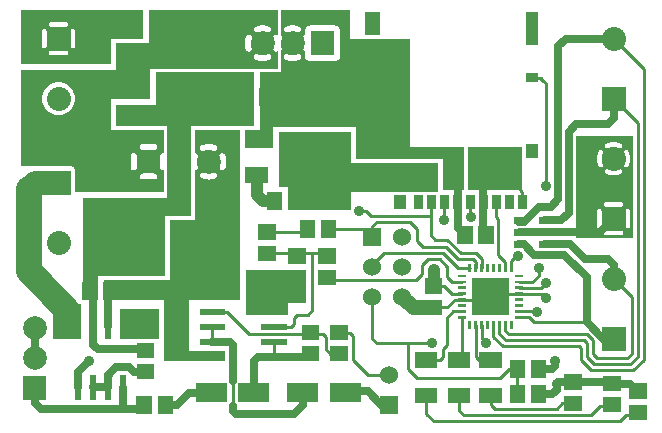
<source format=gbr>
G04 start of page 2 for group 0 idx 0 *
G04 Title: (unknown), component *
G04 Creator: pcb 20110918 *
G04 CreationDate: Tue 27 May 2014 03:52:58 AM GMT UTC *
G04 For: ndholmes *
G04 Format: Gerber/RS-274X *
G04 PCB-Dimensions: 225000 140000 *
G04 PCB-Coordinate-Origin: lower left *
%MOIN*%
%FSLAX25Y25*%
%LNTOP*%
%ADD33C,0.0380*%
%ADD32C,0.0480*%
%ADD31C,0.0450*%
%ADD30C,0.0200*%
%ADD29C,0.0360*%
%ADD28R,0.0091X0.0091*%
%ADD27R,0.0276X0.0276*%
%ADD26R,0.0394X0.0394*%
%ADD25R,0.0315X0.0315*%
%ADD24R,0.0240X0.0240*%
%ADD23R,0.0360X0.0360*%
%ADD22R,0.0630X0.0630*%
%ADD21R,0.0200X0.0200*%
%ADD20R,0.0512X0.0512*%
%ADD19C,0.0600*%
%ADD18C,0.0787*%
%ADD17C,0.0850*%
%ADD16C,0.0800*%
%ADD15C,0.0500*%
%ADD14C,0.0250*%
%ADD13C,0.0100*%
%ADD12C,0.0400*%
%ADD11C,0.0001*%
G54D11*G36*
X88502Y128000D02*X92437D01*
X92419Y127626D01*
X92366Y127256D01*
X92278Y126892D01*
X92156Y126539D01*
X92106Y126389D01*
X92083Y126234D01*
X92085Y126076D01*
X92112Y125921D01*
X92162Y125772D01*
X92236Y125633D01*
X92330Y125507D01*
X92442Y125397D01*
X92571Y125306D01*
X92712Y125236D01*
X92862Y125189D01*
X93018Y125167D01*
X93175Y125168D01*
X93331Y125195D01*
X93480Y125246D01*
X93495Y125254D01*
X93500Y125251D01*
Y119500D01*
X88502D01*
Y122056D01*
X89064Y122083D01*
X89623Y122163D01*
X90172Y122296D01*
X90706Y122481D01*
X90848Y122550D01*
X90977Y122642D01*
X91091Y122752D01*
X91185Y122879D01*
X91259Y123019D01*
X91309Y123168D01*
X91336Y123324D01*
X91338Y123482D01*
X91315Y123639D01*
X91268Y123790D01*
X91198Y123931D01*
X91107Y124061D01*
X90996Y124174D01*
X90870Y124268D01*
X90730Y124342D01*
X90580Y124392D01*
X90424Y124419D01*
X90266Y124421D01*
X90110Y124398D01*
X89960Y124348D01*
X89608Y124222D01*
X89244Y124134D01*
X88874Y124081D01*
X88502Y124063D01*
Y128000D01*
G37*
G36*
X39500D02*X82556D01*
X82583Y127436D01*
X82663Y126877D01*
X82796Y126328D01*
X82981Y125794D01*
X83050Y125652D01*
X83142Y125523D01*
X83252Y125409D01*
X83379Y125315D01*
X83519Y125241D01*
X83668Y125191D01*
X83824Y125164D01*
X83982Y125162D01*
X84139Y125185D01*
X84290Y125232D01*
X84431Y125302D01*
X84561Y125393D01*
X84674Y125504D01*
X84768Y125630D01*
X84842Y125770D01*
X84892Y125920D01*
X84919Y126076D01*
X84921Y126234D01*
X84898Y126390D01*
X84848Y126540D01*
X84722Y126892D01*
X84634Y127256D01*
X84581Y127626D01*
X84563Y128000D01*
X88502D01*
Y124063D01*
X88500Y124063D01*
X88126Y124081D01*
X87756Y124134D01*
X87392Y124222D01*
X87039Y124344D01*
X86889Y124394D01*
X86734Y124417D01*
X86576Y124415D01*
X86421Y124388D01*
X86272Y124338D01*
X86133Y124264D01*
X86007Y124170D01*
X85897Y124058D01*
X85806Y123929D01*
X85736Y123788D01*
X85689Y123638D01*
X85667Y123482D01*
X85668Y123325D01*
X85695Y123169D01*
X85746Y123020D01*
X85819Y122881D01*
X85913Y122755D01*
X86025Y122645D01*
X86154Y122554D01*
X86296Y122487D01*
X86828Y122296D01*
X87377Y122163D01*
X87936Y122083D01*
X88500Y122056D01*
X88502Y122056D01*
Y119500D01*
X39500D01*
Y128000D01*
G37*
G36*
X51000D01*
Y109500D01*
X39500D01*
Y128000D01*
G37*
G36*
X88502Y139000D02*X93500D01*
Y130749D01*
X93481Y130759D01*
X93332Y130809D01*
X93176Y130836D01*
X93018Y130838D01*
X92861Y130815D01*
X92710Y130768D01*
X92569Y130698D01*
X92439Y130607D01*
X92326Y130496D01*
X92232Y130370D01*
X92158Y130230D01*
X92108Y130080D01*
X92081Y129924D01*
X92079Y129766D01*
X92102Y129610D01*
X92152Y129460D01*
X92278Y129108D01*
X92366Y128744D01*
X92419Y128374D01*
X92437Y128000D01*
X92419Y127626D01*
X92366Y127256D01*
X92278Y126892D01*
X92156Y126539D01*
X92106Y126389D01*
X92083Y126234D01*
X92085Y126076D01*
X92112Y125921D01*
X92162Y125772D01*
X92236Y125633D01*
X92330Y125507D01*
X92442Y125397D01*
X92571Y125306D01*
X92712Y125236D01*
X92862Y125189D01*
X93018Y125167D01*
X93175Y125168D01*
X93331Y125195D01*
X93480Y125246D01*
X93495Y125254D01*
X93500Y125251D01*
Y122000D01*
X88502D01*
Y122056D01*
X89064Y122083D01*
X89623Y122163D01*
X90172Y122296D01*
X90706Y122481D01*
X90848Y122550D01*
X90977Y122642D01*
X91091Y122752D01*
X91185Y122879D01*
X91259Y123019D01*
X91309Y123168D01*
X91336Y123324D01*
X91338Y123482D01*
X91315Y123639D01*
X91268Y123790D01*
X91198Y123931D01*
X91107Y124061D01*
X90996Y124174D01*
X90870Y124268D01*
X90730Y124342D01*
X90580Y124392D01*
X90424Y124419D01*
X90266Y124421D01*
X90110Y124398D01*
X89960Y124348D01*
X89608Y124222D01*
X89244Y124134D01*
X88874Y124081D01*
X88502Y124063D01*
Y131937D01*
X88874Y131919D01*
X89244Y131866D01*
X89608Y131778D01*
X89961Y131656D01*
X90111Y131606D01*
X90266Y131583D01*
X90424Y131585D01*
X90579Y131612D01*
X90728Y131662D01*
X90867Y131736D01*
X90993Y131830D01*
X91103Y131942D01*
X91194Y132071D01*
X91264Y132212D01*
X91311Y132362D01*
X91333Y132518D01*
X91332Y132675D01*
X91305Y132831D01*
X91254Y132980D01*
X91181Y133119D01*
X91087Y133245D01*
X90975Y133355D01*
X90846Y133446D01*
X90704Y133513D01*
X90172Y133704D01*
X89623Y133837D01*
X89064Y133917D01*
X88502Y133944D01*
Y139000D01*
G37*
G36*
X83739D02*X88502D01*
Y133944D01*
X88500Y133944D01*
X87936Y133917D01*
X87377Y133837D01*
X86828Y133704D01*
X86294Y133519D01*
X86152Y133450D01*
X86023Y133358D01*
X85909Y133248D01*
X85815Y133121D01*
X85741Y132981D01*
X85691Y132832D01*
X85664Y132676D01*
X85662Y132518D01*
X85685Y132361D01*
X85732Y132210D01*
X85802Y132069D01*
X85893Y131939D01*
X86004Y131826D01*
X86130Y131732D01*
X86270Y131658D01*
X86420Y131608D01*
X86576Y131581D01*
X86734Y131579D01*
X86890Y131602D01*
X87040Y131652D01*
X87392Y131778D01*
X87756Y131866D01*
X88126Y131919D01*
X88500Y131937D01*
X88502Y131937D01*
Y124063D01*
X88500Y124063D01*
X88126Y124081D01*
X87756Y124134D01*
X87392Y124222D01*
X87039Y124344D01*
X86889Y124394D01*
X86734Y124417D01*
X86576Y124415D01*
X86421Y124388D01*
X86272Y124338D01*
X86133Y124264D01*
X86007Y124170D01*
X85897Y124058D01*
X85806Y123929D01*
X85736Y123788D01*
X85689Y123638D01*
X85667Y123482D01*
X85668Y123325D01*
X85695Y123169D01*
X85746Y123020D01*
X85819Y122881D01*
X85913Y122755D01*
X86025Y122645D01*
X86154Y122554D01*
X86296Y122487D01*
X86828Y122296D01*
X87377Y122163D01*
X87936Y122083D01*
X88500Y122056D01*
X88502Y122056D01*
Y122000D01*
X83739D01*
Y125179D01*
X83824Y125164D01*
X83982Y125162D01*
X84139Y125185D01*
X84290Y125232D01*
X84431Y125302D01*
X84561Y125393D01*
X84674Y125504D01*
X84768Y125630D01*
X84842Y125770D01*
X84892Y125920D01*
X84919Y126076D01*
X84921Y126234D01*
X84898Y126390D01*
X84848Y126540D01*
X84722Y126892D01*
X84634Y127256D01*
X84581Y127626D01*
X84563Y128000D01*
X84581Y128374D01*
X84634Y128744D01*
X84722Y129108D01*
X84844Y129461D01*
X84894Y129611D01*
X84917Y129766D01*
X84915Y129924D01*
X84888Y130079D01*
X84838Y130228D01*
X84764Y130367D01*
X84670Y130493D01*
X84558Y130603D01*
X84429Y130694D01*
X84288Y130764D01*
X84138Y130811D01*
X83982Y130833D01*
X83825Y130832D01*
X83739Y130817D01*
Y139000D01*
G37*
G36*
X50500D02*X83739D01*
Y130817D01*
X83669Y130805D01*
X83520Y130754D01*
X83381Y130681D01*
X83255Y130587D01*
X83145Y130475D01*
X83054Y130346D01*
X82987Y130204D01*
X82796Y129672D01*
X82663Y129123D01*
X82583Y128564D01*
X82556Y128000D01*
X82583Y127436D01*
X82663Y126877D01*
X82796Y126328D01*
X82981Y125794D01*
X83050Y125652D01*
X83142Y125523D01*
X83252Y125409D01*
X83379Y125315D01*
X83519Y125241D01*
X83668Y125191D01*
X83739Y125179D01*
Y122000D01*
X50500D01*
Y139000D01*
G37*
G36*
X53000Y118500D02*X75500D01*
Y100500D01*
X53000D01*
Y118500D01*
G37*
G36*
X39500Y107500D02*X58000D01*
Y100500D01*
X39500D01*
Y107500D01*
G37*
G36*
X74500Y118500D02*X85500D01*
Y100500D01*
X74500D01*
Y118500D01*
G37*
G36*
X98502Y139000D02*X103000D01*
Y133186D01*
X102940Y133116D01*
X102775Y132848D01*
X102655Y132557D01*
X102582Y132251D01*
X102563Y131937D01*
X102566Y130696D01*
X102439Y130607D01*
X102326Y130496D01*
X102232Y130370D01*
X102158Y130230D01*
X102108Y130080D01*
X102081Y129924D01*
X102079Y129766D01*
X102102Y129610D01*
X102152Y129460D01*
X102278Y129108D01*
X102366Y128744D01*
X102419Y128374D01*
X102437Y128000D01*
X102419Y127626D01*
X102366Y127256D01*
X102278Y126892D01*
X102156Y126539D01*
X102106Y126389D01*
X102083Y126234D01*
X102085Y126076D01*
X102112Y125921D01*
X102162Y125772D01*
X102236Y125633D01*
X102330Y125507D01*
X102442Y125397D01*
X102571Y125306D01*
X102578Y125302D01*
X102582Y123749D01*
X102655Y123443D01*
X102775Y123152D01*
X102940Y122884D01*
X103000Y122814D01*
Y107000D01*
X98502D01*
Y122056D01*
X99064Y122083D01*
X99623Y122163D01*
X100172Y122296D01*
X100706Y122481D01*
X100848Y122550D01*
X100977Y122642D01*
X101091Y122752D01*
X101185Y122879D01*
X101259Y123019D01*
X101309Y123168D01*
X101336Y123324D01*
X101338Y123482D01*
X101315Y123639D01*
X101268Y123790D01*
X101198Y123931D01*
X101107Y124061D01*
X100996Y124174D01*
X100870Y124268D01*
X100730Y124342D01*
X100580Y124392D01*
X100424Y124419D01*
X100266Y124421D01*
X100110Y124398D01*
X99960Y124348D01*
X99608Y124222D01*
X99244Y124134D01*
X98874Y124081D01*
X98502Y124063D01*
Y131937D01*
X98874Y131919D01*
X99244Y131866D01*
X99608Y131778D01*
X99961Y131656D01*
X100111Y131606D01*
X100266Y131583D01*
X100424Y131585D01*
X100579Y131612D01*
X100728Y131662D01*
X100867Y131736D01*
X100993Y131830D01*
X101103Y131942D01*
X101194Y132071D01*
X101264Y132212D01*
X101311Y132362D01*
X101333Y132518D01*
X101332Y132675D01*
X101305Y132831D01*
X101254Y132980D01*
X101181Y133119D01*
X101087Y133245D01*
X100975Y133355D01*
X100846Y133446D01*
X100704Y133513D01*
X100172Y133704D01*
X99623Y133837D01*
X99064Y133917D01*
X98502Y133944D01*
Y139000D01*
G37*
G36*
X94500D02*X98502D01*
Y133944D01*
X98500Y133944D01*
X97936Y133917D01*
X97377Y133837D01*
X96828Y133704D01*
X96294Y133519D01*
X96152Y133450D01*
X96023Y133358D01*
X95909Y133248D01*
X95815Y133121D01*
X95741Y132981D01*
X95691Y132832D01*
X95664Y132676D01*
X95662Y132518D01*
X95685Y132361D01*
X95732Y132210D01*
X95802Y132069D01*
X95893Y131939D01*
X96004Y131826D01*
X96130Y131732D01*
X96270Y131658D01*
X96420Y131608D01*
X96576Y131581D01*
X96734Y131579D01*
X96890Y131602D01*
X97040Y131652D01*
X97392Y131778D01*
X97756Y131866D01*
X98126Y131919D01*
X98500Y131937D01*
X98502Y131937D01*
Y124063D01*
X98500Y124063D01*
X98126Y124081D01*
X97756Y124134D01*
X97392Y124222D01*
X97039Y124344D01*
X96889Y124394D01*
X96734Y124417D01*
X96576Y124415D01*
X96421Y124388D01*
X96272Y124338D01*
X96133Y124264D01*
X96007Y124170D01*
X95897Y124058D01*
X95806Y123929D01*
X95736Y123788D01*
X95689Y123638D01*
X95667Y123482D01*
X95668Y123325D01*
X95695Y123169D01*
X95746Y123020D01*
X95819Y122881D01*
X95913Y122755D01*
X96025Y122645D01*
X96154Y122554D01*
X96296Y122487D01*
X96828Y122296D01*
X97377Y122163D01*
X97936Y122083D01*
X98500Y122056D01*
X98502Y122056D01*
Y107000D01*
X94500D01*
Y125350D01*
X94561Y125393D01*
X94674Y125504D01*
X94768Y125630D01*
X94842Y125770D01*
X94892Y125920D01*
X94919Y126076D01*
X94921Y126234D01*
X94898Y126390D01*
X94848Y126540D01*
X94722Y126892D01*
X94634Y127256D01*
X94581Y127626D01*
X94563Y128000D01*
X94581Y128374D01*
X94634Y128744D01*
X94722Y129108D01*
X94844Y129461D01*
X94894Y129611D01*
X94917Y129766D01*
X94915Y129924D01*
X94888Y130079D01*
X94838Y130228D01*
X94764Y130367D01*
X94670Y130493D01*
X94558Y130603D01*
X94500Y130644D01*
Y139000D01*
G37*
G36*
X108258D02*X117500D01*
Y117500D01*
X108258D01*
Y122071D01*
X112751Y122082D01*
X113057Y122155D01*
X113348Y122275D01*
X113616Y122440D01*
X113856Y122644D01*
X114060Y122884D01*
X114225Y123152D01*
X114345Y123443D01*
X114418Y123749D01*
X114437Y124063D01*
X114418Y132251D01*
X114345Y132557D01*
X114225Y132848D01*
X114060Y133116D01*
X113856Y133356D01*
X113616Y133560D01*
X113348Y133725D01*
X113057Y133845D01*
X112751Y133918D01*
X112437Y133937D01*
X108258Y133928D01*
Y139000D01*
G37*
G36*
X98502D02*X108258D01*
Y133928D01*
X104249Y133918D01*
X103943Y133845D01*
X103652Y133725D01*
X103384Y133560D01*
X103144Y133356D01*
X102940Y133116D01*
X102775Y132848D01*
X102655Y132557D01*
X102582Y132251D01*
X102563Y131937D01*
X102566Y130696D01*
X102439Y130607D01*
X102326Y130496D01*
X102232Y130370D01*
X102158Y130230D01*
X102108Y130080D01*
X102081Y129924D01*
X102079Y129766D01*
X102102Y129610D01*
X102152Y129460D01*
X102278Y129108D01*
X102366Y128744D01*
X102419Y128374D01*
X102437Y128000D01*
X102419Y127626D01*
X102366Y127256D01*
X102278Y126892D01*
X102156Y126539D01*
X102106Y126389D01*
X102083Y126234D01*
X102085Y126076D01*
X102112Y125921D01*
X102162Y125772D01*
X102236Y125633D01*
X102330Y125507D01*
X102442Y125397D01*
X102571Y125306D01*
X102578Y125302D01*
X102582Y123749D01*
X102655Y123443D01*
X102775Y123152D01*
X102940Y122884D01*
X103144Y122644D01*
X103384Y122440D01*
X103652Y122275D01*
X103943Y122155D01*
X104249Y122082D01*
X104563Y122063D01*
X108258Y122071D01*
Y117500D01*
X98502D01*
Y122056D01*
X99064Y122083D01*
X99623Y122163D01*
X100172Y122296D01*
X100706Y122481D01*
X100848Y122550D01*
X100977Y122642D01*
X101091Y122752D01*
X101185Y122879D01*
X101259Y123019D01*
X101309Y123168D01*
X101336Y123324D01*
X101338Y123482D01*
X101315Y123639D01*
X101268Y123790D01*
X101198Y123931D01*
X101107Y124061D01*
X100996Y124174D01*
X100870Y124268D01*
X100730Y124342D01*
X100580Y124392D01*
X100424Y124419D01*
X100266Y124421D01*
X100110Y124398D01*
X99960Y124348D01*
X99608Y124222D01*
X99244Y124134D01*
X98874Y124081D01*
X98502Y124063D01*
Y131937D01*
X98874Y131919D01*
X99244Y131866D01*
X99608Y131778D01*
X99961Y131656D01*
X100111Y131606D01*
X100266Y131583D01*
X100424Y131585D01*
X100579Y131612D01*
X100728Y131662D01*
X100867Y131736D01*
X100993Y131830D01*
X101103Y131942D01*
X101194Y132071D01*
X101264Y132212D01*
X101311Y132362D01*
X101333Y132518D01*
X101332Y132675D01*
X101305Y132831D01*
X101254Y132980D01*
X101181Y133119D01*
X101087Y133245D01*
X100975Y133355D01*
X100846Y133446D01*
X100704Y133513D01*
X100172Y133704D01*
X99623Y133837D01*
X99064Y133917D01*
X98502Y133944D01*
Y139000D01*
G37*
G36*
X94500D02*X98502D01*
Y133944D01*
X98500Y133944D01*
X97936Y133917D01*
X97377Y133837D01*
X96828Y133704D01*
X96294Y133519D01*
X96152Y133450D01*
X96023Y133358D01*
X95909Y133248D01*
X95815Y133121D01*
X95741Y132981D01*
X95691Y132832D01*
X95664Y132676D01*
X95662Y132518D01*
X95685Y132361D01*
X95732Y132210D01*
X95802Y132069D01*
X95893Y131939D01*
X96004Y131826D01*
X96130Y131732D01*
X96270Y131658D01*
X96420Y131608D01*
X96576Y131581D01*
X96734Y131579D01*
X96890Y131602D01*
X97040Y131652D01*
X97392Y131778D01*
X97756Y131866D01*
X98126Y131919D01*
X98500Y131937D01*
X98502Y131937D01*
Y124063D01*
X98500Y124063D01*
X98126Y124081D01*
X97756Y124134D01*
X97392Y124222D01*
X97039Y124344D01*
X96889Y124394D01*
X96734Y124417D01*
X96576Y124415D01*
X96421Y124388D01*
X96272Y124338D01*
X96133Y124264D01*
X96007Y124170D01*
X95897Y124058D01*
X95806Y123929D01*
X95736Y123788D01*
X95689Y123638D01*
X95667Y123482D01*
X95668Y123325D01*
X95695Y123169D01*
X95746Y123020D01*
X95819Y122881D01*
X95913Y122755D01*
X96025Y122645D01*
X96154Y122554D01*
X96296Y122487D01*
X96828Y122296D01*
X97377Y122163D01*
X97936Y122083D01*
X98500Y122056D01*
X98502Y122056D01*
Y117500D01*
X94500D01*
Y125350D01*
X94561Y125393D01*
X94674Y125504D01*
X94768Y125630D01*
X94842Y125770D01*
X94892Y125920D01*
X94919Y126076D01*
X94921Y126234D01*
X94898Y126390D01*
X94848Y126540D01*
X94722Y126892D01*
X94634Y127256D01*
X94581Y127626D01*
X94563Y128000D01*
X94581Y128374D01*
X94634Y128744D01*
X94722Y129108D01*
X94844Y129461D01*
X94894Y129611D01*
X94917Y129766D01*
X94915Y129924D01*
X94888Y130079D01*
X94838Y130228D01*
X94764Y130367D01*
X94670Y130493D01*
X94558Y130603D01*
X94500Y130644D01*
Y139000D01*
G37*
G36*
X20500D02*X48500D01*
Y129500D01*
X26000D01*
Y132000D01*
X25993Y132118D01*
X25965Y132232D01*
X25920Y132342D01*
X25859Y132442D01*
X25782Y132532D01*
X25692Y132609D01*
X25592Y132670D01*
X25482Y132715D01*
X25368Y132743D01*
X25250Y132752D01*
X25132Y132743D01*
X25018Y132715D01*
X24908Y132670D01*
X24808Y132609D01*
X24718Y132532D01*
X24641Y132442D01*
X24580Y132342D01*
X24535Y132232D01*
X24507Y132118D01*
X24500Y132000D01*
Y129500D01*
X20500D01*
Y133500D01*
X23000D01*
X23118Y133507D01*
X23232Y133535D01*
X23342Y133580D01*
X23442Y133641D01*
X23532Y133718D01*
X23609Y133808D01*
X23670Y133908D01*
X23715Y134018D01*
X23743Y134132D01*
X23752Y134250D01*
X23743Y134368D01*
X23715Y134482D01*
X23670Y134592D01*
X23609Y134692D01*
X23532Y134782D01*
X23442Y134859D01*
X23342Y134920D01*
X23232Y134965D01*
X23118Y134993D01*
X23000Y135000D01*
X20500D01*
Y139000D01*
G37*
G36*
X8000D02*X20500D01*
Y135000D01*
X18000D01*
X17882Y134993D01*
X17768Y134965D01*
X17658Y134920D01*
X17558Y134859D01*
X17468Y134782D01*
X17391Y134692D01*
X17330Y134592D01*
X17285Y134482D01*
X17257Y134368D01*
X17248Y134250D01*
X17257Y134132D01*
X17285Y134018D01*
X17330Y133908D01*
X17391Y133808D01*
X17468Y133718D01*
X17558Y133641D01*
X17658Y133580D01*
X17768Y133535D01*
X17882Y133507D01*
X18000Y133500D01*
X20500D01*
Y129500D01*
X16500D01*
Y132000D01*
X16493Y132118D01*
X16465Y132232D01*
X16420Y132342D01*
X16359Y132442D01*
X16282Y132532D01*
X16192Y132609D01*
X16092Y132670D01*
X15982Y132715D01*
X15868Y132743D01*
X15750Y132752D01*
X15632Y132743D01*
X15518Y132715D01*
X15408Y132670D01*
X15308Y132609D01*
X15218Y132532D01*
X15141Y132442D01*
X15080Y132342D01*
X15035Y132232D01*
X15007Y132118D01*
X15000Y132000D01*
Y129500D01*
X8000D01*
Y139000D01*
G37*
G36*
X25250D02*X38000D01*
Y121000D01*
X25250D01*
Y126248D01*
X25368Y126257D01*
X25482Y126285D01*
X25592Y126330D01*
X25692Y126391D01*
X25782Y126468D01*
X25859Y126558D01*
X25920Y126658D01*
X25965Y126768D01*
X25993Y126882D01*
X26000Y127000D01*
Y132000D01*
X25993Y132118D01*
X25965Y132232D01*
X25920Y132342D01*
X25859Y132442D01*
X25782Y132532D01*
X25692Y132609D01*
X25592Y132670D01*
X25482Y132715D01*
X25368Y132743D01*
X25250Y132752D01*
Y139000D01*
G37*
G36*
X20500D02*X25250D01*
Y132752D01*
X25132Y132743D01*
X25018Y132715D01*
X24908Y132670D01*
X24808Y132609D01*
X24718Y132532D01*
X24641Y132442D01*
X24580Y132342D01*
X24535Y132232D01*
X24507Y132118D01*
X24500Y132000D01*
Y127000D01*
X24507Y126882D01*
X24535Y126768D01*
X24580Y126658D01*
X24641Y126558D01*
X24718Y126468D01*
X24808Y126391D01*
X24908Y126330D01*
X25018Y126285D01*
X25132Y126257D01*
X25250Y126248D01*
Y121000D01*
X20500D01*
Y124000D01*
X23000D01*
X23118Y124007D01*
X23232Y124035D01*
X23342Y124080D01*
X23442Y124141D01*
X23532Y124218D01*
X23609Y124308D01*
X23670Y124408D01*
X23715Y124518D01*
X23743Y124632D01*
X23752Y124750D01*
X23743Y124868D01*
X23715Y124982D01*
X23670Y125092D01*
X23609Y125192D01*
X23532Y125282D01*
X23442Y125359D01*
X23342Y125420D01*
X23232Y125465D01*
X23118Y125493D01*
X23000Y125500D01*
X20500D01*
Y133500D01*
X23000D01*
X23118Y133507D01*
X23232Y133535D01*
X23342Y133580D01*
X23442Y133641D01*
X23532Y133718D01*
X23609Y133808D01*
X23670Y133908D01*
X23715Y134018D01*
X23743Y134132D01*
X23752Y134250D01*
X23743Y134368D01*
X23715Y134482D01*
X23670Y134592D01*
X23609Y134692D01*
X23532Y134782D01*
X23442Y134859D01*
X23342Y134920D01*
X23232Y134965D01*
X23118Y134993D01*
X23000Y135000D01*
X20500D01*
Y139000D01*
G37*
G36*
X15750D02*X20500D01*
Y135000D01*
X18000D01*
X17882Y134993D01*
X17768Y134965D01*
X17658Y134920D01*
X17558Y134859D01*
X17468Y134782D01*
X17391Y134692D01*
X17330Y134592D01*
X17285Y134482D01*
X17257Y134368D01*
X17248Y134250D01*
X17257Y134132D01*
X17285Y134018D01*
X17330Y133908D01*
X17391Y133808D01*
X17468Y133718D01*
X17558Y133641D01*
X17658Y133580D01*
X17768Y133535D01*
X17882Y133507D01*
X18000Y133500D01*
X20500D01*
Y125500D01*
X18000D01*
X17882Y125493D01*
X17768Y125465D01*
X17658Y125420D01*
X17558Y125359D01*
X17468Y125282D01*
X17391Y125192D01*
X17330Y125092D01*
X17285Y124982D01*
X17257Y124868D01*
X17248Y124750D01*
X17257Y124632D01*
X17285Y124518D01*
X17330Y124408D01*
X17391Y124308D01*
X17468Y124218D01*
X17558Y124141D01*
X17658Y124080D01*
X17768Y124035D01*
X17882Y124007D01*
X18000Y124000D01*
X20500D01*
Y121000D01*
X15750D01*
Y126248D01*
X15868Y126257D01*
X15982Y126285D01*
X16092Y126330D01*
X16192Y126391D01*
X16282Y126468D01*
X16359Y126558D01*
X16420Y126658D01*
X16465Y126768D01*
X16493Y126882D01*
X16500Y127000D01*
Y132000D01*
X16493Y132118D01*
X16465Y132232D01*
X16420Y132342D01*
X16359Y132442D01*
X16282Y132532D01*
X16192Y132609D01*
X16092Y132670D01*
X15982Y132715D01*
X15868Y132743D01*
X15750Y132752D01*
Y139000D01*
G37*
G36*
X8000D02*X15750D01*
Y132752D01*
X15632Y132743D01*
X15518Y132715D01*
X15408Y132670D01*
X15308Y132609D01*
X15218Y132532D01*
X15141Y132442D01*
X15080Y132342D01*
X15035Y132232D01*
X15007Y132118D01*
X15000Y132000D01*
Y127000D01*
X15007Y126882D01*
X15035Y126768D01*
X15080Y126658D01*
X15141Y126558D01*
X15218Y126468D01*
X15308Y126391D01*
X15408Y126330D01*
X15518Y126285D01*
X15632Y126257D01*
X15750Y126248D01*
Y121000D01*
X8000D01*
Y139000D01*
G37*
G36*
X20492Y119000D02*X38000D01*
Y91500D01*
X20492D01*
Y103984D01*
X20500Y103983D01*
X21363Y104051D01*
X22205Y104253D01*
X23005Y104584D01*
X23743Y105037D01*
X24401Y105599D01*
X24963Y106257D01*
X25416Y106995D01*
X25747Y107795D01*
X25949Y108637D01*
X26000Y109500D01*
X25949Y110363D01*
X25747Y111205D01*
X25416Y112005D01*
X24963Y112743D01*
X24401Y113401D01*
X23743Y113963D01*
X23005Y114416D01*
X22205Y114747D01*
X21363Y114949D01*
X20500Y115017D01*
X20492Y115016D01*
Y119000D01*
G37*
G36*
X8000D02*X20492D01*
Y115016D01*
X19637Y114949D01*
X18795Y114747D01*
X17995Y114416D01*
X17257Y113963D01*
X16599Y113401D01*
X16037Y112743D01*
X15584Y112005D01*
X15253Y111205D01*
X15051Y110363D01*
X14983Y109500D01*
X15051Y108637D01*
X15253Y107795D01*
X15584Y106995D01*
X16037Y106257D01*
X16599Y105599D01*
X17257Y105037D01*
X17995Y104584D01*
X18795Y104253D01*
X19637Y104051D01*
X20492Y103984D01*
Y91500D01*
X8000D01*
Y119000D01*
G37*
G36*
X34500D02*X50000D01*
Y109500D01*
X34500D01*
Y119000D01*
G37*
G36*
X8000Y96000D02*X19500D01*
Y87000D01*
X8000D01*
Y96000D01*
G37*
G36*
X50500Y99000D02*X55500D01*
Y91435D01*
X55437Y91440D01*
X55280Y91428D01*
X55127Y91391D01*
X54982Y91331D01*
X54847Y91249D01*
X54728Y91146D01*
X54625Y91027D01*
X54543Y90892D01*
X54483Y90747D01*
X54446Y90594D01*
X54437Y90437D01*
Y86563D01*
X54446Y86406D01*
X54483Y86253D01*
X54543Y86108D01*
X54625Y85973D01*
X54728Y85854D01*
X54847Y85751D01*
X54982Y85669D01*
X55127Y85609D01*
X55280Y85572D01*
X55437Y85560D01*
X55500Y85565D01*
Y78500D01*
X50500D01*
Y82563D01*
X52437D01*
X52594Y82572D01*
X52747Y82609D01*
X52892Y82669D01*
X53027Y82751D01*
X53146Y82854D01*
X53249Y82973D01*
X53331Y83108D01*
X53391Y83253D01*
X53428Y83406D01*
X53440Y83563D01*
X53428Y83720D01*
X53391Y83873D01*
X53331Y84018D01*
X53249Y84153D01*
X53146Y84272D01*
X53027Y84375D01*
X52892Y84457D01*
X52747Y84517D01*
X52594Y84554D01*
X52437Y84563D01*
X50500D01*
Y92437D01*
X52437D01*
X52594Y92446D01*
X52747Y92483D01*
X52892Y92543D01*
X53027Y92625D01*
X53146Y92728D01*
X53249Y92847D01*
X53331Y92982D01*
X53391Y93127D01*
X53428Y93280D01*
X53440Y93437D01*
X53428Y93594D01*
X53391Y93747D01*
X53331Y93892D01*
X53249Y94027D01*
X53146Y94146D01*
X53027Y94249D01*
X52892Y94331D01*
X52747Y94391D01*
X52594Y94428D01*
X52437Y94437D01*
X50500D01*
Y99000D01*
G37*
G36*
X45563D02*X50500D01*
Y94437D01*
X48563D01*
X48406Y94428D01*
X48253Y94391D01*
X48108Y94331D01*
X47973Y94249D01*
X47854Y94146D01*
X47751Y94027D01*
X47669Y93892D01*
X47609Y93747D01*
X47572Y93594D01*
X47560Y93437D01*
X47572Y93280D01*
X47609Y93127D01*
X47669Y92982D01*
X47751Y92847D01*
X47854Y92728D01*
X47973Y92625D01*
X48108Y92543D01*
X48253Y92483D01*
X48406Y92446D01*
X48563Y92437D01*
X50500D01*
Y84563D01*
X48563D01*
X48406Y84554D01*
X48253Y84517D01*
X48108Y84457D01*
X47973Y84375D01*
X47854Y84272D01*
X47751Y84153D01*
X47669Y84018D01*
X47609Y83873D01*
X47572Y83720D01*
X47560Y83563D01*
X47572Y83406D01*
X47609Y83253D01*
X47669Y83108D01*
X47751Y82973D01*
X47854Y82854D01*
X47973Y82751D01*
X48108Y82669D01*
X48253Y82609D01*
X48406Y82572D01*
X48563Y82563D01*
X50500D01*
Y78500D01*
X45563D01*
Y85560D01*
X45720Y85572D01*
X45873Y85609D01*
X46018Y85669D01*
X46153Y85751D01*
X46272Y85854D01*
X46375Y85973D01*
X46457Y86108D01*
X46517Y86253D01*
X46554Y86406D01*
X46563Y86563D01*
Y90437D01*
X46554Y90594D01*
X46517Y90747D01*
X46457Y90892D01*
X46375Y91027D01*
X46272Y91146D01*
X46153Y91249D01*
X46018Y91331D01*
X45873Y91391D01*
X45720Y91428D01*
X45563Y91440D01*
Y99000D01*
G37*
G36*
X16500D02*X45563D01*
Y91440D01*
X45406Y91428D01*
X45253Y91391D01*
X45108Y91331D01*
X44973Y91249D01*
X44854Y91146D01*
X44751Y91027D01*
X44669Y90892D01*
X44609Y90747D01*
X44572Y90594D01*
X44563Y90437D01*
Y86563D01*
X44572Y86406D01*
X44609Y86253D01*
X44669Y86108D01*
X44751Y85973D01*
X44854Y85854D01*
X44973Y85751D01*
X45108Y85669D01*
X45253Y85609D01*
X45406Y85572D01*
X45563Y85560D01*
Y78500D01*
X25998D01*
X25986Y85735D01*
X25931Y85965D01*
X25841Y86183D01*
X25717Y86384D01*
X25564Y86564D01*
X25384Y86717D01*
X25183Y86841D01*
X24965Y86931D01*
X24735Y86986D01*
X24500Y87000D01*
X16500Y86986D01*
Y99000D01*
G37*
G36*
X87500Y118500D02*X118000D01*
Y100000D01*
X87500D01*
Y118500D01*
G37*
G36*
X94000Y98500D02*X118000D01*
Y80000D01*
X94000D01*
Y98500D01*
G37*
G36*
X97000Y81000D02*X118000D01*
Y73279D01*
X117997Y73275D01*
X117829Y72868D01*
X117740Y72500D01*
X97000D01*
Y81000D01*
G37*
G36*
X87500Y101500D02*X92000D01*
Y93000D01*
X87500D01*
Y101500D01*
G37*
G36*
X82500Y99000D02*X91500D01*
Y93000D01*
X82500D01*
Y99000D01*
G37*
G36*
X56500Y102000D02*X64500D01*
Y78500D01*
X56500D01*
Y102000D01*
G37*
G36*
X43500Y76500D02*X64500D01*
Y70500D01*
X43500D01*
Y76500D01*
G37*
G36*
X28500Y50500D02*Y76500D01*
X56000D01*
Y50500D01*
X28500D01*
G37*
G36*
X75261Y99000D02*X81000D01*
Y51500D01*
X75261D01*
Y85683D01*
X75331Y85695D01*
X75480Y85746D01*
X75619Y85819D01*
X75745Y85913D01*
X75855Y86025D01*
X75946Y86154D01*
X76013Y86296D01*
X76204Y86828D01*
X76337Y87377D01*
X76417Y87936D01*
X76444Y88500D01*
X76417Y89064D01*
X76337Y89623D01*
X76204Y90172D01*
X76019Y90706D01*
X75950Y90848D01*
X75858Y90977D01*
X75748Y91091D01*
X75621Y91185D01*
X75481Y91259D01*
X75332Y91309D01*
X75261Y91321D01*
Y99000D01*
G37*
G36*
X70502D02*X75261D01*
Y91321D01*
X75176Y91336D01*
X75018Y91338D01*
X74861Y91315D01*
X74710Y91268D01*
X74569Y91198D01*
X74439Y91107D01*
X74326Y90996D01*
X74232Y90870D01*
X74158Y90730D01*
X74108Y90580D01*
X74081Y90424D01*
X74079Y90266D01*
X74102Y90110D01*
X74152Y89960D01*
X74278Y89608D01*
X74366Y89244D01*
X74419Y88874D01*
X74437Y88500D01*
X74419Y88126D01*
X74366Y87756D01*
X74278Y87392D01*
X74156Y87039D01*
X74106Y86889D01*
X74083Y86734D01*
X74085Y86576D01*
X74112Y86421D01*
X74162Y86272D01*
X74236Y86133D01*
X74330Y86007D01*
X74442Y85897D01*
X74571Y85806D01*
X74712Y85736D01*
X74862Y85689D01*
X75018Y85667D01*
X75175Y85668D01*
X75261Y85683D01*
Y51500D01*
X70502D01*
Y82556D01*
X71064Y82583D01*
X71623Y82663D01*
X72172Y82796D01*
X72706Y82981D01*
X72848Y83050D01*
X72977Y83142D01*
X73091Y83252D01*
X73185Y83379D01*
X73259Y83519D01*
X73309Y83668D01*
X73336Y83824D01*
X73338Y83982D01*
X73315Y84139D01*
X73268Y84290D01*
X73198Y84431D01*
X73107Y84561D01*
X72996Y84674D01*
X72870Y84768D01*
X72730Y84842D01*
X72580Y84892D01*
X72424Y84919D01*
X72266Y84921D01*
X72110Y84898D01*
X71960Y84848D01*
X71608Y84722D01*
X71244Y84634D01*
X70874Y84581D01*
X70502Y84563D01*
Y92437D01*
X70874Y92419D01*
X71244Y92366D01*
X71608Y92278D01*
X71961Y92156D01*
X72111Y92106D01*
X72266Y92083D01*
X72424Y92085D01*
X72579Y92112D01*
X72728Y92162D01*
X72867Y92236D01*
X72993Y92330D01*
X73103Y92442D01*
X73194Y92571D01*
X73264Y92712D01*
X73311Y92862D01*
X73333Y93018D01*
X73332Y93175D01*
X73305Y93331D01*
X73254Y93480D01*
X73181Y93619D01*
X73087Y93745D01*
X72975Y93855D01*
X72846Y93946D01*
X72704Y94013D01*
X72172Y94204D01*
X71623Y94337D01*
X71064Y94417D01*
X70502Y94444D01*
Y99000D01*
G37*
G36*
X66000D02*X70502D01*
Y94444D01*
X70500Y94444D01*
X69936Y94417D01*
X69377Y94337D01*
X68828Y94204D01*
X68294Y94019D01*
X68152Y93950D01*
X68023Y93858D01*
X67909Y93748D01*
X67815Y93621D01*
X67741Y93481D01*
X67691Y93332D01*
X67664Y93176D01*
X67662Y93018D01*
X67685Y92861D01*
X67732Y92710D01*
X67802Y92569D01*
X67893Y92439D01*
X68004Y92326D01*
X68130Y92232D01*
X68270Y92158D01*
X68420Y92108D01*
X68576Y92081D01*
X68734Y92079D01*
X68890Y92102D01*
X69040Y92152D01*
X69392Y92278D01*
X69756Y92366D01*
X70126Y92419D01*
X70500Y92437D01*
X70502Y92437D01*
Y84563D01*
X70500Y84563D01*
X70126Y84581D01*
X69756Y84634D01*
X69392Y84722D01*
X69039Y84844D01*
X68889Y84894D01*
X68734Y84917D01*
X68576Y84915D01*
X68421Y84888D01*
X68272Y84838D01*
X68133Y84764D01*
X68007Y84670D01*
X67897Y84558D01*
X67806Y84429D01*
X67736Y84288D01*
X67689Y84138D01*
X67667Y83982D01*
X67668Y83825D01*
X67695Y83669D01*
X67746Y83520D01*
X67819Y83381D01*
X67913Y83255D01*
X68025Y83145D01*
X68154Y83054D01*
X68296Y82987D01*
X68828Y82796D01*
X69377Y82663D01*
X69936Y82583D01*
X70500Y82556D01*
X70502Y82556D01*
Y51500D01*
X66000D01*
Y85665D01*
X66139Y85685D01*
X66290Y85732D01*
X66431Y85802D01*
X66561Y85893D01*
X66674Y86004D01*
X66768Y86130D01*
X66842Y86270D01*
X66892Y86420D01*
X66919Y86576D01*
X66921Y86734D01*
X66898Y86890D01*
X66848Y87040D01*
X66722Y87392D01*
X66634Y87756D01*
X66581Y88126D01*
X66563Y88500D01*
X66581Y88874D01*
X66634Y89244D01*
X66722Y89608D01*
X66844Y89961D01*
X66894Y90111D01*
X66917Y90266D01*
X66915Y90424D01*
X66888Y90579D01*
X66838Y90728D01*
X66764Y90867D01*
X66670Y90993D01*
X66558Y91103D01*
X66429Y91194D01*
X66288Y91264D01*
X66138Y91311D01*
X66000Y91331D01*
Y99000D01*
G37*
G36*
X56500Y81500D02*X64500D01*
Y73500D01*
X56500D01*
Y81500D01*
G37*
G36*
X57500Y69000D02*X79000D01*
Y51500D01*
X57500D01*
Y69000D01*
G37*
G36*
X28500Y55000D02*X33500D01*
Y42500D01*
X28500D01*
Y55000D01*
G37*
G36*
X41000Y39500D02*X54000D01*
Y29500D01*
X41000D01*
Y39500D01*
G37*
G36*
X55500Y43000D02*X64000D01*
Y22000D01*
X55500D01*
Y43000D01*
G37*
G36*
X59000Y25500D02*X76000D01*
Y22000D01*
X59000D01*
Y25500D01*
G37*
G36*
X55500Y45000D02*X64000D01*
Y38000D01*
X55500D01*
Y45000D01*
G37*
G36*
X28000Y29500D02*X18500D01*
Y41000D01*
X28000D01*
Y29500D01*
G37*
G36*
X35500Y49000D02*X81000D01*
Y42500D01*
X35500D01*
Y49000D01*
G37*
G36*
X57500Y54000D02*X81000D01*
Y45500D01*
X57500D01*
Y54000D01*
G37*
G36*
X83000Y52500D02*X97000D01*
Y37500D01*
X83000D01*
Y52500D01*
G37*
G36*
X91000D02*X103000D01*
Y41500D01*
X91000D01*
Y52500D01*
G37*
G36*
X113000Y115500D02*X131000D01*
Y100000D01*
X113000D01*
Y115500D01*
G37*
G36*
X119500Y104000D02*X137500D01*
Y89500D01*
X119500D01*
Y104000D01*
G37*
G36*
X134000Y93500D02*X155000D01*
Y89500D01*
X134000D01*
Y93500D01*
G37*
G36*
X137000Y88000D02*X147000D01*
Y78500D01*
X146209D01*
X146209Y78500D01*
X146208Y78500D01*
X141879D01*
X141879Y78500D01*
X141878Y78500D01*
X137000D01*
Y88000D01*
G37*
G36*
X148500Y93500D02*X155500D01*
Y79000D01*
X148500D01*
Y93500D01*
G37*
G36*
X142500Y78500D02*X141879D01*
X141879Y78500D01*
X141878Y78500D01*
X98500D01*
Y88000D01*
X142500D01*
Y78500D01*
G37*
G36*
X114500Y129500D02*X137500D01*
Y102000D01*
X114500D01*
Y129500D01*
G37*
G36*
X212000Y63000D02*X210250D01*
Y66248D01*
X210368Y66257D01*
X210482Y66285D01*
X210592Y66330D01*
X210692Y66391D01*
X210782Y66468D01*
X210859Y66558D01*
X210920Y66658D01*
X210965Y66768D01*
X210993Y66882D01*
X211000Y67000D01*
Y72000D01*
X210993Y72118D01*
X210965Y72232D01*
X210920Y72342D01*
X210859Y72442D01*
X210782Y72532D01*
X210692Y72609D01*
X210592Y72670D01*
X210482Y72715D01*
X210368Y72743D01*
X210250Y72752D01*
Y86803D01*
X210269Y86819D01*
X210345Y86909D01*
X210405Y87011D01*
X210622Y87480D01*
X210789Y87969D01*
X210909Y88472D01*
X210982Y88984D01*
X211006Y89500D01*
X210982Y90016D01*
X210909Y90528D01*
X210789Y91031D01*
X210622Y91520D01*
X210410Y91992D01*
X210349Y92093D01*
X210272Y92184D01*
X210250Y92202D01*
Y97000D01*
X212000D01*
Y63000D01*
G37*
G36*
X210250D02*X205500D01*
Y64000D01*
X208000D01*
X208118Y64007D01*
X208232Y64035D01*
X208342Y64080D01*
X208442Y64141D01*
X208532Y64218D01*
X208609Y64308D01*
X208670Y64408D01*
X208715Y64518D01*
X208743Y64632D01*
X208752Y64750D01*
X208743Y64868D01*
X208715Y64982D01*
X208670Y65092D01*
X208609Y65192D01*
X208532Y65282D01*
X208442Y65359D01*
X208342Y65420D01*
X208232Y65465D01*
X208118Y65493D01*
X208000Y65500D01*
X205500D01*
Y73500D01*
X208000D01*
X208118Y73507D01*
X208232Y73535D01*
X208342Y73580D01*
X208442Y73641D01*
X208532Y73718D01*
X208609Y73808D01*
X208670Y73908D01*
X208715Y74018D01*
X208743Y74132D01*
X208752Y74250D01*
X208743Y74368D01*
X208715Y74482D01*
X208670Y74592D01*
X208609Y74692D01*
X208532Y74782D01*
X208442Y74859D01*
X208342Y74920D01*
X208232Y74965D01*
X208118Y74993D01*
X208000Y75000D01*
X205500D01*
Y83994D01*
X206016Y84018D01*
X206528Y84091D01*
X207031Y84211D01*
X207520Y84378D01*
X207992Y84590D01*
X208093Y84651D01*
X208184Y84728D01*
X208261Y84818D01*
X208323Y84920D01*
X208369Y85029D01*
X208397Y85145D01*
X208406Y85263D01*
X208397Y85381D01*
X208370Y85497D01*
X208324Y85607D01*
X208262Y85708D01*
X208186Y85798D01*
X208095Y85876D01*
X207994Y85938D01*
X207885Y85984D01*
X207769Y86011D01*
X207651Y86021D01*
X207532Y86012D01*
X207417Y85984D01*
X207308Y85937D01*
X206968Y85779D01*
X206612Y85658D01*
X206247Y85570D01*
X205875Y85518D01*
X205500Y85500D01*
Y93500D01*
X205875Y93482D01*
X206247Y93430D01*
X206612Y93342D01*
X206968Y93221D01*
X207310Y93067D01*
X207418Y93020D01*
X207533Y92993D01*
X207651Y92983D01*
X207768Y92993D01*
X207883Y93021D01*
X207992Y93066D01*
X208093Y93128D01*
X208182Y93205D01*
X208259Y93295D01*
X208320Y93395D01*
X208365Y93504D01*
X208393Y93619D01*
X208402Y93737D01*
X208392Y93855D01*
X208365Y93969D01*
X208319Y94078D01*
X208257Y94179D01*
X208181Y94269D01*
X208091Y94345D01*
X207989Y94405D01*
X207520Y94622D01*
X207031Y94789D01*
X206528Y94909D01*
X206016Y94982D01*
X205500Y95006D01*
Y97000D01*
X210250D01*
Y92202D01*
X210182Y92261D01*
X210080Y92323D01*
X209971Y92369D01*
X209855Y92397D01*
X209737Y92406D01*
X209619Y92397D01*
X209503Y92370D01*
X209393Y92324D01*
X209292Y92262D01*
X209202Y92186D01*
X209124Y92095D01*
X209062Y91994D01*
X209016Y91885D01*
X208989Y91769D01*
X208979Y91651D01*
X208988Y91532D01*
X209016Y91417D01*
X209063Y91308D01*
X209221Y90968D01*
X209342Y90612D01*
X209430Y90247D01*
X209482Y89875D01*
X209500Y89500D01*
X209482Y89125D01*
X209430Y88753D01*
X209342Y88388D01*
X209221Y88032D01*
X209067Y87690D01*
X209020Y87582D01*
X208993Y87467D01*
X208983Y87349D01*
X208993Y87232D01*
X209021Y87117D01*
X209066Y87008D01*
X209128Y86907D01*
X209205Y86818D01*
X209295Y86741D01*
X209395Y86680D01*
X209504Y86635D01*
X209619Y86607D01*
X209737Y86598D01*
X209855Y86608D01*
X209969Y86635D01*
X210078Y86681D01*
X210179Y86743D01*
X210250Y86803D01*
Y72752D01*
X210132Y72743D01*
X210018Y72715D01*
X209908Y72670D01*
X209808Y72609D01*
X209718Y72532D01*
X209641Y72442D01*
X209580Y72342D01*
X209535Y72232D01*
X209507Y72118D01*
X209500Y72000D01*
Y67000D01*
X209507Y66882D01*
X209535Y66768D01*
X209580Y66658D01*
X209641Y66558D01*
X209718Y66468D01*
X209808Y66391D01*
X209908Y66330D01*
X210018Y66285D01*
X210132Y66257D01*
X210250Y66248D01*
Y63000D01*
G37*
G36*
X205500D02*X200750D01*
Y66248D01*
X200868Y66257D01*
X200982Y66285D01*
X201092Y66330D01*
X201192Y66391D01*
X201282Y66468D01*
X201359Y66558D01*
X201420Y66658D01*
X201465Y66768D01*
X201493Y66882D01*
X201500Y67000D01*
Y72000D01*
X201493Y72118D01*
X201465Y72232D01*
X201420Y72342D01*
X201359Y72442D01*
X201282Y72532D01*
X201192Y72609D01*
X201092Y72670D01*
X200982Y72715D01*
X200868Y72743D01*
X200750Y72752D01*
Y86798D01*
X200818Y86739D01*
X200920Y86677D01*
X201029Y86631D01*
X201145Y86603D01*
X201263Y86594D01*
X201381Y86603D01*
X201497Y86630D01*
X201607Y86676D01*
X201708Y86738D01*
X201798Y86814D01*
X201876Y86905D01*
X201938Y87006D01*
X201984Y87115D01*
X202011Y87231D01*
X202021Y87349D01*
X202012Y87468D01*
X201984Y87583D01*
X201937Y87692D01*
X201779Y88032D01*
X201658Y88388D01*
X201570Y88753D01*
X201518Y89125D01*
X201500Y89500D01*
X201518Y89875D01*
X201570Y90247D01*
X201658Y90612D01*
X201779Y90968D01*
X201933Y91310D01*
X201980Y91418D01*
X202007Y91533D01*
X202017Y91651D01*
X202007Y91768D01*
X201979Y91883D01*
X201934Y91992D01*
X201872Y92093D01*
X201795Y92182D01*
X201705Y92259D01*
X201605Y92320D01*
X201496Y92365D01*
X201381Y92393D01*
X201263Y92402D01*
X201145Y92392D01*
X201031Y92365D01*
X200922Y92319D01*
X200821Y92257D01*
X200750Y92197D01*
Y97000D01*
X205500D01*
Y95006D01*
X205500D01*
X204984Y94982D01*
X204472Y94909D01*
X203969Y94789D01*
X203480Y94622D01*
X203008Y94410D01*
X202907Y94349D01*
X202816Y94272D01*
X202739Y94182D01*
X202677Y94080D01*
X202631Y93971D01*
X202603Y93855D01*
X202594Y93737D01*
X202603Y93619D01*
X202630Y93503D01*
X202676Y93393D01*
X202738Y93292D01*
X202814Y93202D01*
X202905Y93124D01*
X203006Y93062D01*
X203115Y93016D01*
X203231Y92989D01*
X203349Y92979D01*
X203468Y92988D01*
X203583Y93016D01*
X203692Y93063D01*
X204032Y93221D01*
X204388Y93342D01*
X204753Y93430D01*
X205125Y93482D01*
X205500Y93500D01*
X205500D01*
Y85500D01*
X205500D01*
X205125Y85518D01*
X204753Y85570D01*
X204388Y85658D01*
X204032Y85779D01*
X203690Y85933D01*
X203582Y85980D01*
X203467Y86007D01*
X203349Y86017D01*
X203232Y86007D01*
X203117Y85979D01*
X203008Y85934D01*
X202907Y85872D01*
X202818Y85795D01*
X202741Y85705D01*
X202680Y85605D01*
X202635Y85496D01*
X202607Y85381D01*
X202598Y85263D01*
X202608Y85145D01*
X202635Y85031D01*
X202681Y84922D01*
X202743Y84821D01*
X202819Y84731D01*
X202909Y84655D01*
X203011Y84595D01*
X203480Y84378D01*
X203969Y84211D01*
X204472Y84091D01*
X204984Y84018D01*
X205500Y83994D01*
X205500D01*
Y75000D01*
X203000D01*
X202882Y74993D01*
X202768Y74965D01*
X202658Y74920D01*
X202558Y74859D01*
X202468Y74782D01*
X202391Y74692D01*
X202330Y74592D01*
X202285Y74482D01*
X202257Y74368D01*
X202248Y74250D01*
X202257Y74132D01*
X202285Y74018D01*
X202330Y73908D01*
X202391Y73808D01*
X202468Y73718D01*
X202558Y73641D01*
X202658Y73580D01*
X202768Y73535D01*
X202882Y73507D01*
X203000Y73500D01*
X205500D01*
Y65500D01*
X203000D01*
X202882Y65493D01*
X202768Y65465D01*
X202658Y65420D01*
X202558Y65359D01*
X202468Y65282D01*
X202391Y65192D01*
X202330Y65092D01*
X202285Y64982D01*
X202257Y64868D01*
X202248Y64750D01*
X202257Y64632D01*
X202285Y64518D01*
X202330Y64408D01*
X202391Y64308D01*
X202468Y64218D01*
X202558Y64141D01*
X202658Y64080D01*
X202768Y64035D01*
X202882Y64007D01*
X203000Y64000D01*
X205500D01*
Y63000D01*
G37*
G36*
X200750D02*X193000D01*
Y97000D01*
X200750D01*
Y92197D01*
X200731Y92181D01*
X200655Y92091D01*
X200595Y91989D01*
X200378Y91520D01*
X200211Y91031D01*
X200091Y90528D01*
X200018Y90016D01*
X199994Y89500D01*
X200018Y88984D01*
X200091Y88472D01*
X200211Y87969D01*
X200378Y87480D01*
X200590Y87008D01*
X200651Y86907D01*
X200728Y86816D01*
X200750Y86798D01*
Y72752D01*
X200632Y72743D01*
X200518Y72715D01*
X200408Y72670D01*
X200308Y72609D01*
X200218Y72532D01*
X200141Y72442D01*
X200080Y72342D01*
X200035Y72232D01*
X200007Y72118D01*
X200000Y72000D01*
Y67000D01*
X200007Y66882D01*
X200035Y66768D01*
X200080Y66658D01*
X200141Y66558D01*
X200218Y66468D01*
X200308Y66391D01*
X200408Y66330D01*
X200518Y66285D01*
X200632Y66257D01*
X200750Y66248D01*
Y63000D01*
G37*
G36*
X157000Y93500D02*X175000D01*
Y79000D01*
X157000D01*
Y93500D01*
G37*
G54D12*X86500Y84000D02*Y77500D01*
X88500Y75500D01*
X92000D01*
G54D13*X91000Y57957D02*X108000D01*
X91000Y65043D02*X102457D01*
X103414Y66000D01*
X110500D02*X122500D01*
X125000Y63500D01*
X108000Y57957D02*X108957Y57000D01*
X111000Y24500D02*X109500Y26000D01*
Y30000D02*Y26000D01*
X110000Y25500D01*
X105000Y39000D02*X103500Y37500D01*
X100000D02*X103500D01*
X99500Y31000D02*X108500D01*
X109500Y30000D01*
X114086Y31500D02*X114000Y31586D01*
X117500Y31500D02*X114086D01*
G54D14*X130500Y7500D02*X128000D01*
X123500Y12000D01*
X116586D01*
X116086Y11500D01*
G54D13*X130500Y17500D02*X123500D01*
X118500Y22500D01*
Y30500D01*
X117500Y31500D01*
X125000Y29500D02*Y43500D01*
X145000Y28000D02*X126500D01*
X125000Y29500D01*
X154953Y36610D02*Y23358D01*
X154000Y22405D01*
X150000Y36500D02*Y27500D01*
X148500Y26000D01*
Y23500D01*
X147500Y22500D01*
X143095D01*
X143000Y22405D01*
X137000Y28000D02*Y19500D01*
X140000Y16500D01*
X92000Y33500D02*X98000D01*
X99000Y34500D01*
Y36500D01*
X100000Y37500D01*
X154953Y42516D02*X152516D01*
X150000Y40000D01*
X146000D01*
G54D15*X145500D02*X138500D01*
X135000Y43500D01*
G54D13*X154953Y38579D02*X152079D01*
X154953Y44484D02*X151516D01*
X149000Y47000D01*
X151579Y48421D02*X150000Y50000D01*
Y53500D01*
X147500Y56000D01*
X149000Y47000D02*X145543D01*
X145500Y47043D01*
G54D12*Y52500D02*Y47000D01*
G54D13*X147500Y56000D02*X143500D01*
X141500Y54000D01*
Y51000D01*
X139500Y49000D01*
X154953Y48421D02*X152079D01*
X152421D02*X151579D01*
X139500Y49000D02*X117500D01*
X125000Y53500D02*Y54000D01*
X129000Y58000D01*
X105000D02*Y39000D01*
X118500Y49000D02*X109500D01*
X105000Y57914D02*X105043Y57957D01*
X129000Y58000D02*X148500D01*
X149500Y60000D02*X142000D01*
X140000Y62000D01*
X154500Y58000D02*X150000Y62500D01*
X146000D01*
X144500Y70500D02*Y74807D01*
X140000Y62000D02*Y66000D01*
X137500Y68500D01*
X146000Y62500D02*X144500Y64000D01*
Y71500D01*
X149000Y69000D02*Y74976D01*
X137500Y68500D02*X126500D01*
X125000Y67000D01*
Y63500D01*
X120500Y72000D02*X123000D01*
X124500Y70500D01*
X144500D01*
G54D14*X56086Y7500D02*X60000D01*
X64000Y11500D01*
X71414D01*
G54D13*X78500Y7000D02*Y16000D01*
G54D14*Y7000D02*Y5500D01*
X79500Y4500D01*
X78500Y18500D02*Y15500D01*
X85586Y11500D02*Y22086D01*
X87000Y23500D01*
X78500Y27500D02*Y15500D01*
G54D13*X71750Y28500D02*Y33500D01*
G54D14*Y28500D02*X77500D01*
X78500Y27500D01*
G54D13*X71750Y38500D02*X76500D01*
X84000Y31000D01*
G54D14*X79500Y4500D02*X99000D01*
X102000Y7500D01*
Y11414D01*
X101914Y11500D01*
X87000Y23500D02*X103543D01*
X104500Y24457D01*
G54D13*X114000Y24500D02*X111000D01*
X92250Y28500D02*Y23500D01*
X88000Y31000D02*X103957D01*
X84000D02*X89500D01*
G54D16*X20500Y81500D02*X12500D01*
X10500Y79500D01*
G54D17*Y52000D01*
X23000Y39500D02*X10500Y52000D01*
G54D14*X32000Y33750D02*Y44457D01*
X30957Y45500D01*
X37000Y33750D02*Y44457D01*
X38043Y45500D01*
X37000Y13250D02*X32000D01*
X37250Y17500D02*Y17750D01*
X39500Y20000D01*
X37000Y13250D02*Y17500D01*
X38500Y19000D01*
X32000Y34500D02*Y27500D01*
X33500Y26000D01*
X48543D01*
X49500Y25043D01*
G54D17*X23000Y34000D02*Y39500D01*
G54D14*X12500Y23000D02*Y33500D01*
X40000Y6000D02*X25000D01*
X26500D02*X14500D01*
X12500Y8000D01*
Y13000D01*
X39500Y20000D02*X44000D01*
X45500Y18500D01*
X49457D01*
X49500Y18457D01*
X34000Y6000D02*X47500D01*
X49000Y7500D01*
X42000Y13000D02*Y6000D01*
X27000Y13250D02*Y18500D01*
X30500Y22000D01*
G54D13*X154000Y8000D02*Y5500D01*
X155500Y4000D01*
X145500Y2000D02*X143000Y4500D01*
Y8000D01*
Y7000D02*Y10595D01*
X154000D02*Y7000D01*
X164500Y10595D02*Y7500D01*
X140000Y16500D02*X167500D01*
X170500Y19500D01*
X173457D01*
Y11000D01*
X164405Y22500D02*X164500Y22405D01*
X189000Y2000D02*X145500D01*
X155500Y4000D02*X181000D01*
X164500Y7500D02*X165500Y6500D01*
X188414Y7914D02*X186500Y6000D01*
X166000D01*
X164750Y7250D01*
X152079Y38579D02*X150000Y36500D01*
X179921Y38579D02*X180000Y38500D01*
X174047Y36610D02*X177390D01*
X179000Y35000D01*
X161547Y33953D02*Y30453D01*
X169421Y33953D02*Y32079D01*
X170500Y31000D01*
X167453Y33953D02*Y31047D01*
X169500Y29000D01*
X170500Y31000D02*X196500D01*
X198500Y29000D01*
X169500D02*X195500D01*
X179000Y35000D02*X196500D01*
X171390Y55390D02*X173000Y57000D01*
X174500Y61000D02*X175000D01*
G54D14*X174000Y68500D02*X175500D01*
X180500Y73500D01*
G54D13*X182000Y115500D02*X181000Y116500D01*
X178320D01*
X178296Y116476D01*
X177079Y48421D02*X178421D01*
X180500Y50500D01*
X174047Y38579D02*X179921D01*
X174047Y44484D02*X181516D01*
X183000Y43000D01*
X168500Y27000D02*X194000D01*
X194500Y26500D01*
G54D14*X196500Y50000D02*Y35000D01*
G54D13*X213500Y101500D02*X205500Y109500D01*
X215500Y119500D02*X205500Y129500D01*
G54D14*X189500D02*X206000D01*
G54D13*X183000Y80500D02*Y114500D01*
X181250Y116250D01*
G54D14*X187000Y76000D02*Y127000D01*
X189500Y129500D01*
X190500Y98500D02*X193000Y101000D01*
X203500D01*
X205500Y103000D01*
Y110000D01*
G54D13*X211500Y43500D02*X205500Y49500D01*
X213500Y23500D02*Y101500D01*
X215500Y22500D02*Y119500D01*
G54D14*X182500Y69000D02*X188000D01*
X190500Y71500D01*
Y98500D01*
X180500Y73500D02*X184500D01*
X187000Y76000D01*
G54D13*X148500Y58000D02*X153500Y53000D01*
Y56000D02*X149500Y60000D01*
X153500Y53000D02*X157563D01*
X155016Y42516D02*X163516D01*
X165484Y44484D01*
X157563Y53000D02*X157610Y53047D01*
X159579D02*Y54921D01*
X161547Y53047D02*Y55953D01*
X167000Y57500D02*Y69421D01*
X166485Y69936D01*
Y71500D01*
X159579Y54921D02*X158500Y56000D01*
X153500D01*
X161547Y55953D02*X159500Y58000D01*
X154500D01*
X169421Y55079D02*X167000Y57500D01*
X171390Y53047D02*Y55390D01*
X174047Y48421D02*X177421D01*
X169421Y53047D02*Y55079D01*
X180500Y50500D02*Y53000D01*
G54D14*X174000Y61000D02*X175500D01*
X179000Y57500D01*
G54D13*X174047Y46453D02*X181453D01*
X183000Y48000D01*
X174500Y44484D02*X165484D01*
Y33953D02*Y30016D01*
X168500Y27000D01*
X161547Y32047D02*Y29453D01*
X163000Y28000D01*
X159579Y33953D02*Y23421D01*
X160500Y22500D01*
X164405D01*
X144500Y74807D02*X144831Y75138D01*
G54D14*X153500Y74507D02*X153493Y74500D01*
G54D13*X149000Y74976D02*X149162Y75138D01*
G54D14*X153500Y74000D02*Y83500D01*
X153493Y75138D02*Y66464D01*
X155957Y64000D01*
G54D13*X157824Y75138D02*Y70176D01*
X158000Y70000D01*
X173000Y81000D02*Y85500D01*
X175000Y74500D02*Y78500D01*
X171500Y82000D01*
G54D14*X162000Y74500D02*Y85000D01*
X162154Y75654D02*Y64889D01*
X163043Y64000D01*
G54D13*X166485Y75138D02*Y69936D01*
G54D14*X174300Y64900D02*X200900D01*
X205500Y69500D01*
X182500Y61000D02*X191000D01*
X179000Y57500D02*X189000D01*
X191000Y61000D02*X196000Y56000D01*
X203500D01*
X205500Y54000D01*
Y49500D01*
X189000Y57500D02*X196500Y50000D01*
G54D13*X188500Y2000D02*X207500D01*
X178500Y4000D02*X198000D01*
G54D14*X192000Y15000D02*X204543D01*
G54D13*X192000Y7914D02*X188414D01*
G54D14*X192500Y15000D02*X187000D01*
X186500Y14500D01*
Y12500D01*
X185000Y11000D01*
X180543D01*
G54D13*X207500Y2000D02*X209500Y4000D01*
X212629D01*
X213543Y4914D01*
X204543Y7000D02*X205000Y7457D01*
X198000Y4000D02*X201000Y7000D01*
X204543D01*
G54D14*Y15000D02*X205000Y14543D01*
X211000D01*
X213543Y12000D01*
X186000Y22000D02*Y20500D01*
G54D13*X195500Y29000D02*X196500Y28000D01*
Y23500D01*
X194500Y26500D02*Y22500D01*
G54D14*X186000Y20500D02*X185000Y19500D01*
X180543D01*
G54D13*X196500Y23500D02*X199000Y21000D01*
X194500Y22500D02*X198000Y19000D01*
X198500Y29000D02*Y24500D01*
X200000Y23000D01*
X199000Y21000D02*X211000D01*
X198000Y19000D02*X212000D01*
X211000Y21000D02*X213500Y23500D01*
X212000Y19000D02*X215500Y22500D01*
X200000Y23000D02*X210000D01*
X211500Y24500D01*
Y43500D01*
G54D14*X196500Y35000D02*X202000Y29500D01*
X204500D01*
G54D18*X88500Y128000D03*
X98500D03*
G54D11*G36*
X104563Y131937D02*Y124063D01*
X112437D01*
Y131937D01*
X104563D01*
G37*
G36*
X201500Y113500D02*Y105500D01*
X209500D01*
Y113500D01*
X201500D01*
G37*
G54D16*X205500Y129500D03*
G54D11*G36*
X127500Y10500D02*Y4500D01*
X133500D01*
Y10500D01*
X127500D01*
G37*
G54D19*X130500Y17500D03*
G54D11*G36*
X201500Y33500D02*Y25500D01*
X209500D01*
Y33500D01*
X201500D01*
G37*
G54D19*X135000Y53500D03*
G54D16*X205500Y49500D03*
G54D11*G36*
X201500Y73500D02*Y65500D01*
X209500D01*
Y73500D01*
X201500D01*
G37*
G54D16*X205500Y89500D03*
G54D11*G36*
X122000Y66500D02*Y60500D01*
X128000D01*
Y66500D01*
X122000D01*
G37*
G54D19*X125000Y53500D03*
Y43500D03*
X135000Y63500D03*
Y43500D03*
G54D11*G36*
X16500Y85500D02*Y77500D01*
X24500D01*
Y85500D01*
X16500D01*
G37*
G54D16*X20500Y61500D03*
G54D11*G36*
X16500Y133500D02*Y125500D01*
X24500D01*
Y133500D01*
X16500D01*
G37*
G54D16*X20500Y109500D03*
G54D18*X70500Y88500D03*
X60500D03*
G54D11*G36*
X46563Y92437D02*Y84563D01*
X54437D01*
Y92437D01*
X46563D01*
G37*
G54D18*X12500Y33000D03*
Y23000D03*
G54D11*G36*
X8563Y16937D02*Y9063D01*
X16437D01*
Y16937D01*
X8563D01*
G37*
G54D20*X49000Y7893D02*Y7107D01*
G54D21*X32000Y16500D02*Y10000D01*
X37000Y16500D02*Y10000D01*
X42000Y16500D02*Y10000D01*
G54D20*X56086Y7893D02*Y7107D01*
G54D22*X69446Y11500D02*X73382D01*
G54D20*X49107Y18457D02*X49893D01*
X49107Y25543D02*X49893D01*
G54D21*X68500Y38500D02*X75000D01*
X68500Y33500D02*X75000D01*
X68500Y28500D02*X75000D01*
X68500Y23500D02*X75000D01*
G54D20*X78457Y45893D02*Y45107D01*
X69043Y73893D02*Y73107D01*
X61957Y73893D02*Y73107D01*
G54D22*X64000Y134492D02*Y128193D01*
G54D23*X43400Y121600D02*X44600D01*
X43400Y134500D02*X44600D01*
G54D22*X64000Y114807D02*Y108508D01*
G54D20*X44107Y112043D02*X44893D01*
X44107Y104957D02*X44893D01*
G54D22*X63193Y55500D02*X69492D01*
X43508D02*X49807D01*
G54D21*X42000Y37000D02*Y30500D01*
X37000Y37000D02*Y30500D01*
X32000Y37000D02*Y30500D01*
X27000Y37000D02*Y30500D01*
G54D20*X38043Y45893D02*Y45107D01*
X30957Y45893D02*Y45107D01*
G54D21*X27000Y16500D02*Y10000D01*
G54D20*X92457Y75893D02*Y75107D01*
X99543Y75893D02*Y75107D01*
X90043Y110393D02*Y109607D01*
X82957Y110393D02*Y109607D01*
G54D22*X106000Y109492D02*Y103193D01*
Y89807D02*Y83508D01*
G54D20*X85319Y84095D02*X87681D01*
X85319Y95905D02*X87681D01*
X103414Y66393D02*Y65607D01*
X99564Y57043D02*X100350D01*
X99564Y49957D02*X100350D01*
X109607Y57043D02*X110393D01*
X109607Y49957D02*X110393D01*
X89607Y57957D02*X90393D01*
X89607Y65043D02*X90393D01*
X85543Y45893D02*Y45107D01*
G54D22*X83618Y11500D02*X87554D01*
X99946D02*X103882D01*
G54D21*X89000Y23500D02*X95500D01*
X89000Y28500D02*X95500D01*
X89000Y33500D02*X95500D01*
X89000Y38500D02*X95500D01*
G54D20*X113607Y31586D02*X114393D01*
X113607Y24500D02*X114393D01*
X110500Y66393D02*Y65607D01*
X104107Y31543D02*X104893D01*
X104107Y24457D02*X104893D01*
G54D22*X114118Y11500D02*X118054D01*
G54D20*X163319Y10595D02*X165681D01*
X152819D02*X155181D01*
X141819D02*X144181D01*
X163319Y22405D02*X165681D01*
X152819D02*X155181D01*
X141819D02*X144181D01*
G54D24*X181700Y64900D02*X183300D01*
X181700Y68800D02*X183300D01*
X173500D02*X175100D01*
G54D25*X177903Y116476D02*X178689D01*
G54D26*X178296Y92460D02*Y91672D01*
X178295Y136358D02*Y129270D01*
G54D24*X173500Y64900D02*X175100D01*
G54D20*X155957Y64393D02*Y63607D01*
X163043Y64393D02*Y63607D01*
G54D27*X140501Y76122D02*Y74153D01*
X144831Y76122D02*Y74153D01*
X149162Y76122D02*Y74153D01*
G54D20*X125146Y135769D02*Y133406D01*
G54D26*X134399Y75531D02*Y74743D01*
G54D27*X153493Y76122D02*Y74153D01*
X157824Y76122D02*Y74153D01*
X162154Y76122D02*Y74153D01*
X166485Y76122D02*Y74153D01*
X170816Y76122D02*Y74153D01*
X175147Y76122D02*Y74153D01*
G54D20*X145107Y47043D02*X145893D01*
X145107Y39957D02*X145893D01*
G54D28*X154126Y50390D02*X155780D01*
X154126Y48421D02*X155780D01*
X154126Y46453D02*X155780D01*
X154126Y44484D02*X155780D01*
X154126Y42516D02*X155780D01*
X154126Y40547D02*X155780D01*
X154126Y38579D02*X155780D01*
G54D20*X173457Y19893D02*Y19107D01*
X180543Y19893D02*Y19107D01*
X173457Y11393D02*Y10607D01*
X180543Y11393D02*Y10607D01*
G54D28*X154126Y36610D02*X155780D01*
X157610Y34780D02*Y33126D01*
X159579Y34780D02*Y33126D01*
X161547Y34780D02*Y33126D01*
X163516Y34780D02*Y33126D01*
X165484Y34780D02*Y33126D01*
X167453Y34780D02*Y33126D01*
X169421Y34780D02*Y33126D01*
X171390Y34780D02*Y33126D01*
X173220Y36610D02*X174874D01*
G54D24*X181700Y61000D02*X183300D01*
X173500D02*X175100D01*
G54D28*X173220Y38579D02*X174874D01*
X173220Y40547D02*X174874D01*
X173220Y42516D02*X174874D01*
G54D11*G36*
X159185Y48815D02*Y38185D01*
X169815D01*
Y48815D01*
X159185D01*
G37*
G36*
X158398Y49602D02*Y37398D01*
X170602D01*
Y49602D01*
X158398D01*
G37*
G54D28*X173220Y44484D02*X174874D01*
X173220Y46453D02*X174874D01*
X173220Y48421D02*X174874D01*
X173220Y50390D02*X174874D01*
X171390Y53874D02*Y52220D01*
X169421Y53874D02*Y52220D01*
X167453Y53874D02*Y52220D01*
X165484Y53874D02*Y52220D01*
X163516Y53874D02*Y52220D01*
X161547Y53874D02*Y52220D01*
X159579Y53874D02*Y52220D01*
X157610Y53874D02*Y52220D01*
G54D20*X191607Y7914D02*X192393D01*
X191607Y15000D02*X192393D01*
X213150Y4914D02*X213936D01*
X213150Y12000D02*X213936D01*
X204607Y7457D02*X205393D01*
X204607Y14543D02*X205393D01*
G54D29*X97000Y95500D03*
Y90500D03*
Y85500D03*
X135500D03*
X140000D03*
X115000Y95500D03*
Y90500D03*
Y85500D03*
Y80500D03*
X111500Y75500D03*
X120500Y72000D03*
X128000Y112500D03*
X122500D03*
Y103000D03*
X128000D03*
X125500Y107500D03*
X145500Y52500D03*
X145000Y28000D03*
X163000D03*
X186500Y14500D03*
X186000Y22000D03*
X180000Y38500D03*
X173500Y57000D03*
X180500Y53000D03*
X183000Y43000D03*
Y48000D03*
Y80500D03*
X196500Y87500D03*
Y80500D03*
Y73500D03*
X158000Y70000D03*
X149000Y69000D03*
X144500Y85500D03*
Y81000D03*
X161500Y91000D03*
Y86500D03*
X166000Y91000D03*
X170500D03*
X166000Y86500D03*
X170500D03*
X161500Y82000D03*
X166000D03*
X170500D03*
X31000Y54500D03*
X36000D03*
X31000Y59500D03*
X36000D03*
X31000Y64500D03*
X30500Y22000D03*
X36000Y64500D03*
X41500D03*
X31000Y69500D03*
Y74000D03*
X36000Y69500D03*
Y74000D03*
X41500D03*
Y69500D03*
X52500Y74000D03*
X47000D03*
X52500Y69500D03*
Y64500D03*
X47000D03*
Y69500D03*
X72000Y115500D03*
Y109500D03*
X70500Y104000D03*
X77500Y115500D03*
Y109500D03*
X76000Y104000D03*
X56000Y115500D03*
Y110000D03*
Y104500D03*
X81000Y104000D03*
X45800Y36800D03*
Y32300D03*
X50300Y36800D03*
Y32300D03*
X58000Y24500D03*
X91000Y44500D03*
X94000Y49500D03*
G54D30*G54D31*G54D32*G54D33*G54D32*G54D33*G54D32*G54D33*G54D32*G54D31*M02*

</source>
